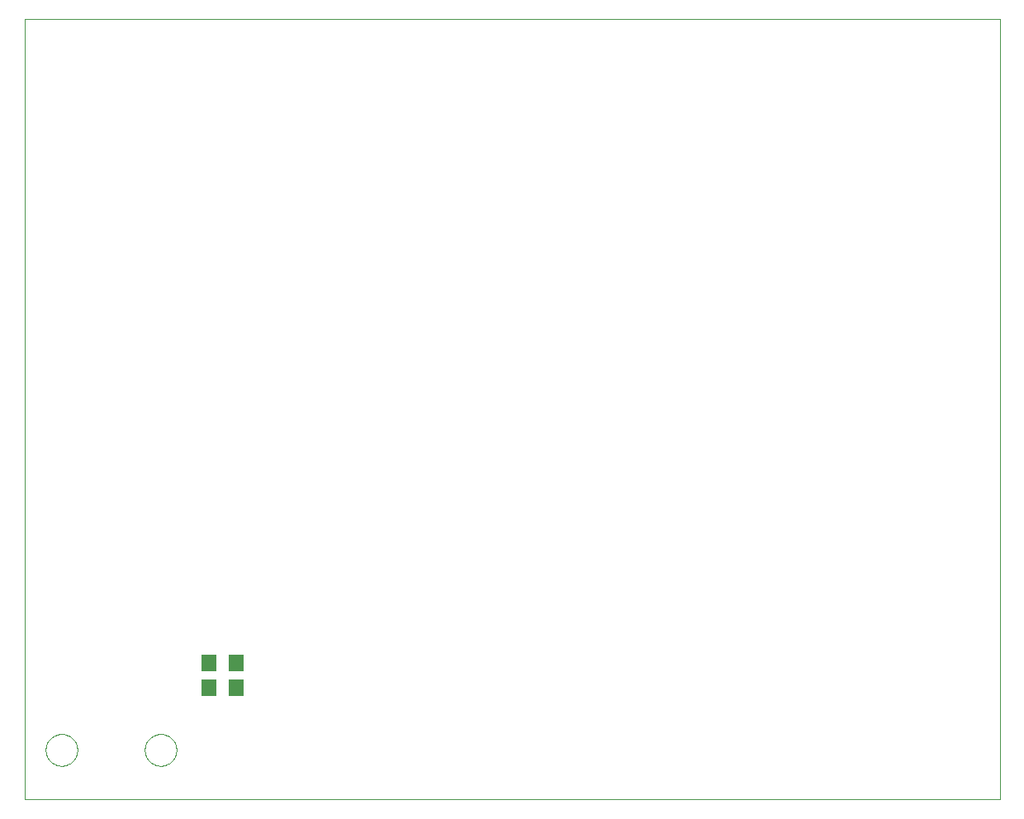
<source format=gbp>
G75*
%MOIN*%
%OFA0B0*%
%FSLAX24Y24*%
%IPPOS*%
%LPD*%
%AMOC8*
5,1,8,0,0,1.08239X$1,22.5*
%
%ADD10C,0.0000*%
%ADD11R,0.0630X0.0709*%
D10*
X000260Y001204D02*
X000260Y032700D01*
X039630Y032700D01*
X039630Y001204D01*
X000260Y001204D01*
X001120Y003204D02*
X001122Y003254D01*
X001128Y003304D01*
X001138Y003353D01*
X001151Y003402D01*
X001169Y003449D01*
X001190Y003495D01*
X001214Y003538D01*
X001242Y003580D01*
X001273Y003620D01*
X001307Y003657D01*
X001344Y003691D01*
X001384Y003722D01*
X001426Y003750D01*
X001469Y003774D01*
X001515Y003795D01*
X001562Y003813D01*
X001611Y003826D01*
X001660Y003836D01*
X001710Y003842D01*
X001760Y003844D01*
X001810Y003842D01*
X001860Y003836D01*
X001909Y003826D01*
X001958Y003813D01*
X002005Y003795D01*
X002051Y003774D01*
X002094Y003750D01*
X002136Y003722D01*
X002176Y003691D01*
X002213Y003657D01*
X002247Y003620D01*
X002278Y003580D01*
X002306Y003538D01*
X002330Y003495D01*
X002351Y003449D01*
X002369Y003402D01*
X002382Y003353D01*
X002392Y003304D01*
X002398Y003254D01*
X002400Y003204D01*
X002398Y003154D01*
X002392Y003104D01*
X002382Y003055D01*
X002369Y003006D01*
X002351Y002959D01*
X002330Y002913D01*
X002306Y002870D01*
X002278Y002828D01*
X002247Y002788D01*
X002213Y002751D01*
X002176Y002717D01*
X002136Y002686D01*
X002094Y002658D01*
X002051Y002634D01*
X002005Y002613D01*
X001958Y002595D01*
X001909Y002582D01*
X001860Y002572D01*
X001810Y002566D01*
X001760Y002564D01*
X001710Y002566D01*
X001660Y002572D01*
X001611Y002582D01*
X001562Y002595D01*
X001515Y002613D01*
X001469Y002634D01*
X001426Y002658D01*
X001384Y002686D01*
X001344Y002717D01*
X001307Y002751D01*
X001273Y002788D01*
X001242Y002828D01*
X001214Y002870D01*
X001190Y002913D01*
X001169Y002959D01*
X001151Y003006D01*
X001138Y003055D01*
X001128Y003104D01*
X001122Y003154D01*
X001120Y003204D01*
X005120Y003204D02*
X005122Y003254D01*
X005128Y003304D01*
X005138Y003353D01*
X005151Y003402D01*
X005169Y003449D01*
X005190Y003495D01*
X005214Y003538D01*
X005242Y003580D01*
X005273Y003620D01*
X005307Y003657D01*
X005344Y003691D01*
X005384Y003722D01*
X005426Y003750D01*
X005469Y003774D01*
X005515Y003795D01*
X005562Y003813D01*
X005611Y003826D01*
X005660Y003836D01*
X005710Y003842D01*
X005760Y003844D01*
X005810Y003842D01*
X005860Y003836D01*
X005909Y003826D01*
X005958Y003813D01*
X006005Y003795D01*
X006051Y003774D01*
X006094Y003750D01*
X006136Y003722D01*
X006176Y003691D01*
X006213Y003657D01*
X006247Y003620D01*
X006278Y003580D01*
X006306Y003538D01*
X006330Y003495D01*
X006351Y003449D01*
X006369Y003402D01*
X006382Y003353D01*
X006392Y003304D01*
X006398Y003254D01*
X006400Y003204D01*
X006398Y003154D01*
X006392Y003104D01*
X006382Y003055D01*
X006369Y003006D01*
X006351Y002959D01*
X006330Y002913D01*
X006306Y002870D01*
X006278Y002828D01*
X006247Y002788D01*
X006213Y002751D01*
X006176Y002717D01*
X006136Y002686D01*
X006094Y002658D01*
X006051Y002634D01*
X006005Y002613D01*
X005958Y002595D01*
X005909Y002582D01*
X005860Y002572D01*
X005810Y002566D01*
X005760Y002564D01*
X005710Y002566D01*
X005660Y002572D01*
X005611Y002582D01*
X005562Y002595D01*
X005515Y002613D01*
X005469Y002634D01*
X005426Y002658D01*
X005384Y002686D01*
X005344Y002717D01*
X005307Y002751D01*
X005273Y002788D01*
X005242Y002828D01*
X005214Y002870D01*
X005190Y002913D01*
X005169Y002959D01*
X005151Y003006D01*
X005138Y003055D01*
X005128Y003104D01*
X005122Y003154D01*
X005120Y003204D01*
D11*
X007709Y005704D03*
X007709Y006704D03*
X008811Y006704D03*
X008811Y005704D03*
M02*

</source>
